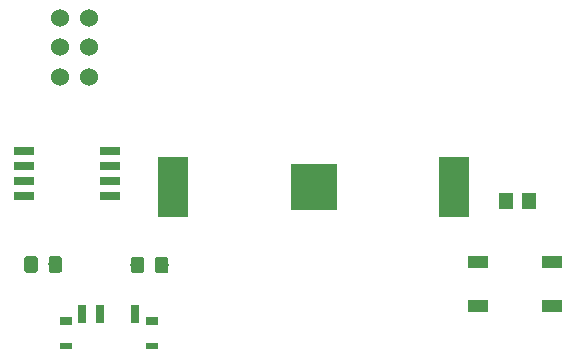
<source format=gbr>
G04 #@! TF.GenerationSoftware,KiCad,Pcbnew,5.0.2+dfsg1-1*
G04 #@! TF.CreationDate,2019-10-14T23:09:41+02:00*
G04 #@! TF.ProjectId,NOMAS_semaforos,4e4f4d41-535f-4736-956d-61666f726f73,rev?*
G04 #@! TF.SameCoordinates,Original*
G04 #@! TF.FileFunction,Paste,Bot*
G04 #@! TF.FilePolarity,Positive*
%FSLAX46Y46*%
G04 Gerber Fmt 4.6, Leading zero omitted, Abs format (unit mm)*
G04 Created by KiCad (PCBNEW 5.0.2+dfsg1-1) date lun 14 oct 2019 23:09:41 CEST*
%MOMM*%
%LPD*%
G01*
G04 APERTURE LIST*
%ADD10R,2.640000X5.100000*%
%ADD11R,3.960000X3.960000*%
%ADD12R,1.700000X1.000000*%
%ADD13C,0.100000*%
%ADD14C,1.150000*%
%ADD15R,1.700000X0.650000*%
%ADD16R,0.998220X0.797560*%
%ADD17R,0.998220X0.599440*%
%ADD18R,0.698500X1.498600*%
%ADD19C,1.524000*%
%ADD20R,1.295000X1.400000*%
G04 APERTURE END LIST*
D10*
G04 #@! TO.C,BT1*
X135000000Y-103100000D03*
X158800000Y-103100000D03*
D11*
X146900000Y-103100000D03*
G04 #@! TD*
D12*
G04 #@! TO.C,SW1*
X167100000Y-109450000D03*
X160800000Y-109450000D03*
X167100000Y-113250000D03*
X160800000Y-113250000D03*
G04 #@! TD*
D13*
G04 #@! TO.C,C2*
G36*
X125374505Y-109001204D02*
X125398773Y-109004804D01*
X125422572Y-109010765D01*
X125445671Y-109019030D01*
X125467850Y-109029520D01*
X125488893Y-109042132D01*
X125508599Y-109056747D01*
X125526777Y-109073223D01*
X125543253Y-109091401D01*
X125557868Y-109111107D01*
X125570480Y-109132150D01*
X125580970Y-109154329D01*
X125589235Y-109177428D01*
X125595196Y-109201227D01*
X125598796Y-109225495D01*
X125600000Y-109249999D01*
X125600000Y-110150001D01*
X125598796Y-110174505D01*
X125595196Y-110198773D01*
X125589235Y-110222572D01*
X125580970Y-110245671D01*
X125570480Y-110267850D01*
X125557868Y-110288893D01*
X125543253Y-110308599D01*
X125526777Y-110326777D01*
X125508599Y-110343253D01*
X125488893Y-110357868D01*
X125467850Y-110370480D01*
X125445671Y-110380970D01*
X125422572Y-110389235D01*
X125398773Y-110395196D01*
X125374505Y-110398796D01*
X125350001Y-110400000D01*
X124699999Y-110400000D01*
X124675495Y-110398796D01*
X124651227Y-110395196D01*
X124627428Y-110389235D01*
X124604329Y-110380970D01*
X124582150Y-110370480D01*
X124561107Y-110357868D01*
X124541401Y-110343253D01*
X124523223Y-110326777D01*
X124506747Y-110308599D01*
X124492132Y-110288893D01*
X124479520Y-110267850D01*
X124469030Y-110245671D01*
X124460765Y-110222572D01*
X124454804Y-110198773D01*
X124451204Y-110174505D01*
X124450000Y-110150001D01*
X124450000Y-109249999D01*
X124451204Y-109225495D01*
X124454804Y-109201227D01*
X124460765Y-109177428D01*
X124469030Y-109154329D01*
X124479520Y-109132150D01*
X124492132Y-109111107D01*
X124506747Y-109091401D01*
X124523223Y-109073223D01*
X124541401Y-109056747D01*
X124561107Y-109042132D01*
X124582150Y-109029520D01*
X124604329Y-109019030D01*
X124627428Y-109010765D01*
X124651227Y-109004804D01*
X124675495Y-109001204D01*
X124699999Y-109000000D01*
X125350001Y-109000000D01*
X125374505Y-109001204D01*
X125374505Y-109001204D01*
G37*
D14*
X125025000Y-109700000D03*
D13*
G36*
X123324505Y-109001204D02*
X123348773Y-109004804D01*
X123372572Y-109010765D01*
X123395671Y-109019030D01*
X123417850Y-109029520D01*
X123438893Y-109042132D01*
X123458599Y-109056747D01*
X123476777Y-109073223D01*
X123493253Y-109091401D01*
X123507868Y-109111107D01*
X123520480Y-109132150D01*
X123530970Y-109154329D01*
X123539235Y-109177428D01*
X123545196Y-109201227D01*
X123548796Y-109225495D01*
X123550000Y-109249999D01*
X123550000Y-110150001D01*
X123548796Y-110174505D01*
X123545196Y-110198773D01*
X123539235Y-110222572D01*
X123530970Y-110245671D01*
X123520480Y-110267850D01*
X123507868Y-110288893D01*
X123493253Y-110308599D01*
X123476777Y-110326777D01*
X123458599Y-110343253D01*
X123438893Y-110357868D01*
X123417850Y-110370480D01*
X123395671Y-110380970D01*
X123372572Y-110389235D01*
X123348773Y-110395196D01*
X123324505Y-110398796D01*
X123300001Y-110400000D01*
X122649999Y-110400000D01*
X122625495Y-110398796D01*
X122601227Y-110395196D01*
X122577428Y-110389235D01*
X122554329Y-110380970D01*
X122532150Y-110370480D01*
X122511107Y-110357868D01*
X122491401Y-110343253D01*
X122473223Y-110326777D01*
X122456747Y-110308599D01*
X122442132Y-110288893D01*
X122429520Y-110267850D01*
X122419030Y-110245671D01*
X122410765Y-110222572D01*
X122404804Y-110198773D01*
X122401204Y-110174505D01*
X122400000Y-110150001D01*
X122400000Y-109249999D01*
X122401204Y-109225495D01*
X122404804Y-109201227D01*
X122410765Y-109177428D01*
X122419030Y-109154329D01*
X122429520Y-109132150D01*
X122442132Y-109111107D01*
X122456747Y-109091401D01*
X122473223Y-109073223D01*
X122491401Y-109056747D01*
X122511107Y-109042132D01*
X122532150Y-109029520D01*
X122554329Y-109019030D01*
X122577428Y-109010765D01*
X122601227Y-109004804D01*
X122625495Y-109001204D01*
X122649999Y-109000000D01*
X123300001Y-109000000D01*
X123324505Y-109001204D01*
X123324505Y-109001204D01*
G37*
D14*
X122975000Y-109700000D03*
G04 #@! TD*
D13*
G04 #@! TO.C,C1*
G36*
X134374505Y-109051204D02*
X134398773Y-109054804D01*
X134422572Y-109060765D01*
X134445671Y-109069030D01*
X134467850Y-109079520D01*
X134488893Y-109092132D01*
X134508599Y-109106747D01*
X134526777Y-109123223D01*
X134543253Y-109141401D01*
X134557868Y-109161107D01*
X134570480Y-109182150D01*
X134580970Y-109204329D01*
X134589235Y-109227428D01*
X134595196Y-109251227D01*
X134598796Y-109275495D01*
X134600000Y-109299999D01*
X134600000Y-110200001D01*
X134598796Y-110224505D01*
X134595196Y-110248773D01*
X134589235Y-110272572D01*
X134580970Y-110295671D01*
X134570480Y-110317850D01*
X134557868Y-110338893D01*
X134543253Y-110358599D01*
X134526777Y-110376777D01*
X134508599Y-110393253D01*
X134488893Y-110407868D01*
X134467850Y-110420480D01*
X134445671Y-110430970D01*
X134422572Y-110439235D01*
X134398773Y-110445196D01*
X134374505Y-110448796D01*
X134350001Y-110450000D01*
X133699999Y-110450000D01*
X133675495Y-110448796D01*
X133651227Y-110445196D01*
X133627428Y-110439235D01*
X133604329Y-110430970D01*
X133582150Y-110420480D01*
X133561107Y-110407868D01*
X133541401Y-110393253D01*
X133523223Y-110376777D01*
X133506747Y-110358599D01*
X133492132Y-110338893D01*
X133479520Y-110317850D01*
X133469030Y-110295671D01*
X133460765Y-110272572D01*
X133454804Y-110248773D01*
X133451204Y-110224505D01*
X133450000Y-110200001D01*
X133450000Y-109299999D01*
X133451204Y-109275495D01*
X133454804Y-109251227D01*
X133460765Y-109227428D01*
X133469030Y-109204329D01*
X133479520Y-109182150D01*
X133492132Y-109161107D01*
X133506747Y-109141401D01*
X133523223Y-109123223D01*
X133541401Y-109106747D01*
X133561107Y-109092132D01*
X133582150Y-109079520D01*
X133604329Y-109069030D01*
X133627428Y-109060765D01*
X133651227Y-109054804D01*
X133675495Y-109051204D01*
X133699999Y-109050000D01*
X134350001Y-109050000D01*
X134374505Y-109051204D01*
X134374505Y-109051204D01*
G37*
D14*
X134025000Y-109750000D03*
D13*
G36*
X132324505Y-109051204D02*
X132348773Y-109054804D01*
X132372572Y-109060765D01*
X132395671Y-109069030D01*
X132417850Y-109079520D01*
X132438893Y-109092132D01*
X132458599Y-109106747D01*
X132476777Y-109123223D01*
X132493253Y-109141401D01*
X132507868Y-109161107D01*
X132520480Y-109182150D01*
X132530970Y-109204329D01*
X132539235Y-109227428D01*
X132545196Y-109251227D01*
X132548796Y-109275495D01*
X132550000Y-109299999D01*
X132550000Y-110200001D01*
X132548796Y-110224505D01*
X132545196Y-110248773D01*
X132539235Y-110272572D01*
X132530970Y-110295671D01*
X132520480Y-110317850D01*
X132507868Y-110338893D01*
X132493253Y-110358599D01*
X132476777Y-110376777D01*
X132458599Y-110393253D01*
X132438893Y-110407868D01*
X132417850Y-110420480D01*
X132395671Y-110430970D01*
X132372572Y-110439235D01*
X132348773Y-110445196D01*
X132324505Y-110448796D01*
X132300001Y-110450000D01*
X131649999Y-110450000D01*
X131625495Y-110448796D01*
X131601227Y-110445196D01*
X131577428Y-110439235D01*
X131554329Y-110430970D01*
X131532150Y-110420480D01*
X131511107Y-110407868D01*
X131491401Y-110393253D01*
X131473223Y-110376777D01*
X131456747Y-110358599D01*
X131442132Y-110338893D01*
X131429520Y-110317850D01*
X131419030Y-110295671D01*
X131410765Y-110272572D01*
X131404804Y-110248773D01*
X131401204Y-110224505D01*
X131400000Y-110200001D01*
X131400000Y-109299999D01*
X131401204Y-109275495D01*
X131404804Y-109251227D01*
X131410765Y-109227428D01*
X131419030Y-109204329D01*
X131429520Y-109182150D01*
X131442132Y-109161107D01*
X131456747Y-109141401D01*
X131473223Y-109123223D01*
X131491401Y-109106747D01*
X131511107Y-109092132D01*
X131532150Y-109079520D01*
X131554329Y-109069030D01*
X131577428Y-109060765D01*
X131601227Y-109054804D01*
X131625495Y-109051204D01*
X131649999Y-109050000D01*
X132300001Y-109050000D01*
X132324505Y-109051204D01*
X132324505Y-109051204D01*
G37*
D14*
X131975000Y-109750000D03*
G04 #@! TD*
D15*
G04 #@! TO.C,U1*
X122350000Y-100095000D03*
X122350000Y-101365000D03*
X122350000Y-102635000D03*
X122350000Y-103905000D03*
X129650000Y-103905000D03*
X129650000Y-102635000D03*
X129650000Y-101365000D03*
X129650000Y-100095000D03*
G04 #@! TD*
D16*
G04 #@! TO.C,SW2*
X133199980Y-114500180D03*
D17*
X133199980Y-116598220D03*
D16*
X125900020Y-114500180D03*
D17*
X125900020Y-116598220D03*
D18*
X131797900Y-113852480D03*
X128800700Y-113852480D03*
X127302100Y-113852480D03*
G04 #@! TD*
D19*
G04 #@! TO.C,CON1*
X127900000Y-91300000D03*
X127900000Y-93800000D03*
X125400000Y-93800000D03*
X127900000Y-88800000D03*
X125400000Y-91300000D03*
X125400000Y-88800000D03*
G04 #@! TD*
D20*
G04 #@! TO.C,R1*
X165117500Y-104350000D03*
X163182500Y-104350000D03*
G04 #@! TD*
M02*

</source>
